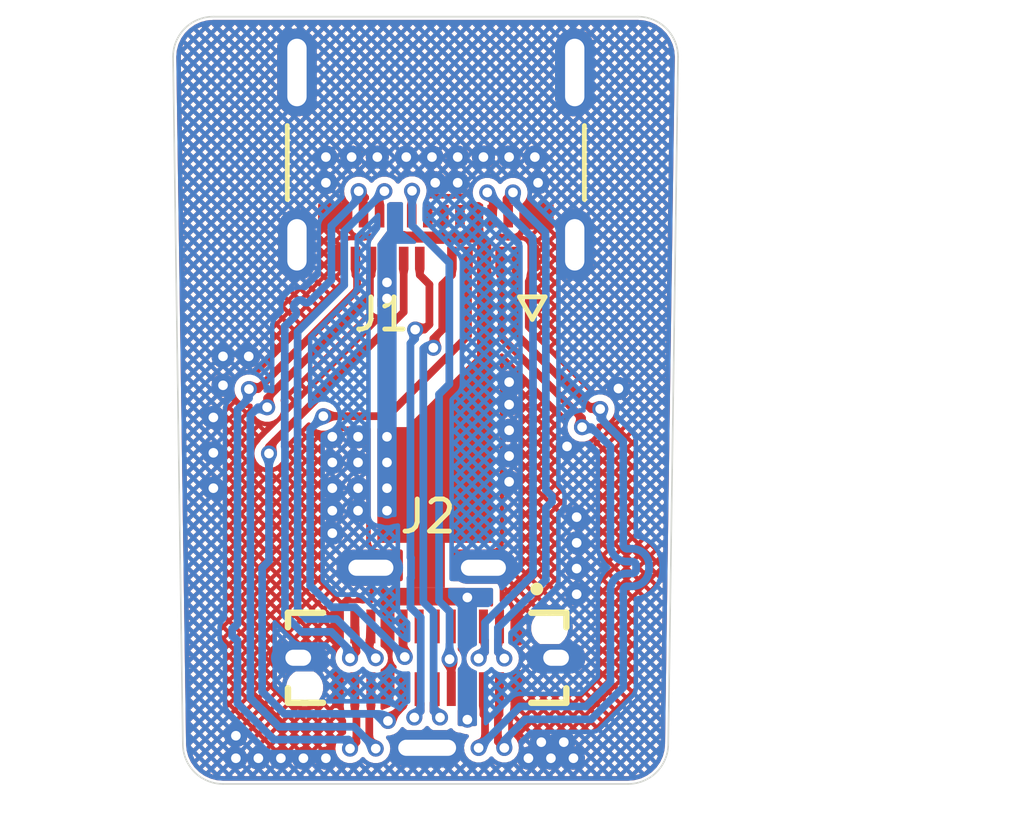
<source format=kicad_pcb>
(kicad_pcb (version 20240108) (generator "pcbnew") (generator_version "8.0")
  (layers (0 "F.Cu" signal) (31 "B.Cu" signal) (34 "B.Paste" user) (35 "F.Paste" user) (36 "B.SilkS" user "B.Silkscreen") (37 "F.SilkS" user "F.Silkscreen") (38 "B.Mask" user) (39 "F.Mask" user) (44 "Edge.Cuts" user))
  (net 0 "")
  (net 1 "/TX1-")
  (net 2 "/TX1+")
  (net 3 "/PC_B5")
  (net 4 "/VBUS")
  (net 5 "/RX1+")
  (net 6 "/GND")
  (net 8 "/RX2+")
  (net 10 "/TX2+")
  (net 11 "/PC_A5")
  (net 12 "/D-")
  (net 13 "/D+")
  (net 14 "/RX2-")
  (net 15 "/RX1-")
  (net 16 "/TX2-")
  (net 17 "/PC_A8")
  (footprint "JLC:GCT_USB4151-GF-C_REVA" (layer "F.Cu") (at 132.05 84.775)
    (property "Reference" "J2" (at 0.025 -4.395 0) (layer "F.SilkS"))
    (property "Value" "USB4151-GF-C_REVA")
    (fp_line (start -4.33 -1.4) (end -4.33 -0.95) (stroke (width 0.2)) (layer "F.SilkS"))
    (fp_line (start -4.33 0.95) (end -4.33 1.4) (stroke (width 0.2)) (layer "F.SilkS"))
    (fp_line (start -4.33 1.4) (end -3.24 1.4) (stroke (width 0.2)) (layer "F.SilkS"))
    (fp_line (start -3.24 -1.4) (end -4.33 -1.4) (stroke (width 0.2)) (layer "F.SilkS"))
    (fp_line (start 3.24 1.4) (end 4.33 1.4) (stroke (width 0.2)) (layer "F.SilkS"))
    (fp_line (start 4.33 -1.4) (end 3.24 -1.4) (stroke (width 0.2)) (layer "F.SilkS"))
    (fp_line (start 4.33 -0.95) (end 4.33 -1.4) (stroke (width 0.2)) (layer "F.SilkS"))
    (fp_line (start 4.33 1.4) (end 4.33 0.95) (stroke (width 0.2)) (layer "F.SilkS"))
    (fp_circle (center 3.41 -2.14) (end 3.51 -2.14) (stroke (width 0.2)) (fill none) (layer "F.SilkS"))
    (pad "" np_thru_hole circle (at -3.81 0.93) (size 0.75 0.75) (drill 0.75) (layers "*.Cu" "*.Mask"))
    (pad "" np_thru_hole circle (at 3.81 -0.92) (size 0.75 0.75) (drill 0.75) (layers "*.Cu" "*.Mask"))
    (pad "A1" smd rect (at 2.75 -0.975) (size 0.28 1.05) (layers "F.Cu" "F.Paste" "F.Mask") (net 6 "/GND"))
    (pad "A2" smd rect (at 2.25 -0.975) (size 0.28 1.05) (layers "F.Cu" "F.Paste" "F.Mask") (net 5 "/RX1+"))
    (pad "A3" smd rect (at 1.75 -0.975) (size 0.28 1.05) (layers "F.Cu" "F.Paste" "F.Mask") (net 15 "/RX1-"))
    (pad "A4" smd rect (at 1.25 -0.975) (size 0.28 1.05) (layers "F.Cu" "F.Paste" "F.Mask") (net 4 "/VBUS"))
    (pad "A5" smd rect (at 0.75 -0.975) (size 0.28 1.05) (layers "F.Cu" "F.Paste" "F.Mask"))
    (pad "A6" smd rect (at 0.25 -0.975) (size 0.28 1.05) (layers "F.Cu" "F.Paste" "F.Mask"))
    (pad "A7" smd rect (at -0.25 -0.975) (size 0.28 1.05) (layers "F.Cu" "F.Paste" "F.Mask"))
    (pad "A8" smd rect (at -0.75 -0.975) (size 0.28 1.05) (layers "F.Cu" "F.Paste" "F.Mask") (net 11 "/PC_A5"))
    (pad "A9" smd rect (at -1.25 -0.975) (size 0.28 1.05) (layers "F.Cu" "F.Paste" "F.Mask") (net 4 "/VBUS"))
    (pad "A10" smd rect (at -1.75 -0.975) (size 0.28 1.05) (layers "F.Cu" "F.Paste" "F.Mask") (net 16 "/TX2-"))
    (pad "A11" smd rect (at -2.25 -0.975) (size 0.28 1.05) (layers "F.Cu" "F.Paste" "F.Mask") (net 10 "/TX2+"))
    (pad "A12" smd rect (at -2.75 -0.975) (size 0.28 1.05) (layers "F.Cu" "F.Paste" "F.Mask") (net 6 "/GND"))
    (pad "B1" smd rect (at -2.75 0.975) (size 0.28 1.05) (layers "F.Cu" "F.Paste" "F.Mask") (net 6 "/GND"))
    (pad "B2" smd rect (at -2.25 0.975) (size 0.28 1.05) (layers "F.Cu" "F.Paste" "F.Mask") (net 8 "/RX2+"))
    (pad "B3" smd rect (at -1.75 0.975) (size 0.28 1.05) (layers "F.Cu" "F.Paste" "F.Mask") (net 14 "/RX2-"))
    (pad "B4" smd rect (at -1.25 0.975) (size 0.28 1.05) (layers "F.Cu" "F.Paste" "F.Mask") (net 4 "/VBUS"))
    (pad "B5" smd rect (at -0.75 0.975) (size 0.28 1.05) (layers "F.Cu" "F.Paste" "F.Mask") (net 17 "/PC_A8"))
    (pad "B6" smd rect (at -0.25 0.975) (size 0.28 1.05) (layers "F.Cu" "F.Paste" "F.Mask") (net 12 "/D-"))
    (pad "B7" smd rect (at 0.25 0.975) (size 0.28 1.05) (layers "F.Cu" "F.Paste" "F.Mask") (net 13 "/D+"))
    (pad "B8" smd rect (at 0.75 0.975) (size 0.28 1.05) (layers "F.Cu" "F.Paste" "F.Mask") (net 3 "/PC_B5"))
    (pad "B9" smd rect (at 1.25 0.975) (size 0.28 1.05) (layers "F.Cu" "F.Paste" "F.Mask") (net 4 "/VBUS"))
    (pad "B10" smd rect (at 1.75 0.975) (size 0.28 1.05) (layers "F.Cu" "F.Paste" "F.Mask") (net 1 "/TX1-"))
    (pad "B11" smd rect (at 2.25 0.975) (size 0.28 1.05) (layers "F.Cu" "F.Paste" "F.Mask") (net 2 "/TX1+"))
    (pad "B12" smd rect (at 2.75 0.975) (size 0.28 1.05) (layers "F.Cu" "F.Paste" "F.Mask") (net 6 "/GND"))
    (pad "S1" thru_hole oval (at -4.01 0) (size 1.7 0.85) (drill oval 0.8 0.5) (layers "*.Cu" "*.Mask") (net 6 "/GND"))
    (pad "S2" thru_hole oval (at -1.75 -2.8) (size 2 1) (drill oval 1.4 0.5) (layers "*.Cu" "*.Mask") (net 6 "/GND"))
    (pad "S3" thru_hole oval (at 1.75 -2.8) (size 2 1) (drill oval 1.4 0.5) (layers "*.Cu" "*.Mask") (net 6 "/GND"))
    (pad "S4" thru_hole oval (at 4.01 0) (size 1.7 0.85) (drill oval 0.8 0.5) (layers "*.Cu" "*.Mask") (net 6 "/GND"))
    (pad "S5" thru_hole oval (at 0 2.8) (size 2.2 1.1) (drill oval 1.8 0.5) (layers "*.Cu" "*.Mask") (net 6 "/GND"))
  )
  (footprint "JLC:MOLEX_1054500101" (layer "F.Cu") (at 132.32 64.8 180)
    (property "Reference" "J1" (at 1.685 -9.295 180) (layer "F.SilkS"))
    (property "Value" "1054500101")
    (fp_line (start 4.62 -3.42) (end 4.62 -5.72) (stroke (width 0.15)) (layer "F.SilkS"))
    (fp_line (start -2.6 -8.748) (end -3 -9.448) (stroke (width 0.15)) (layer "F.SilkS"))
    (fp_line (start -3 -9.448) (end -3.4 -8.748) (stroke (width 0.15)) (layer "F.SilkS"))
    (fp_line (start -3.4 -8.748) (end -2.6 -8.748) (stroke (width 0.15)) (layer "F.SilkS"))
    (fp_line (start -4.62 -3.42) (end -4.62 -5.72) (stroke (width 0.15)) (layer "F.SilkS"))
    (pad "A1" smd rect (at -3 -7.54 180) (size 0.298 0.7) (layers "F.Cu" "F.Paste") (net 6 "/GND"))
    (pad "A2" smd rect (at -2.5 -7.54 180) (size 0.298 0.7) (layers "F.Cu" "F.Paste") (net 2 "/TX1+"))
    (pad "A3" smd rect (at -2 -7.54 180) (size 0.298 0.7) (layers "F.Cu" "F.Paste") (net 1 "/TX1-"))
    (pad "A4" smd rect (at -1.5 -7.54 180) (size 0.298 0.7) (layers "F.Cu" "F.Paste") (net 4 "/VBUS"))
    (pad "A5" smd rect (at -1 -7.54 180) (size 0.298 0.7) (layers "F.Cu" "F.Paste") (net 11 "/PC_A5"))
    (pad "A6" smd rect (at -0.5 -7.54 180) (size 0.298 0.7) (layers "F.Cu" "F.Paste") (net 13 "/D+"))
    (pad "A7" smd rect (at 0.5 -7.54 180) (size 0.298 0.7) (layers "F.Cu" "F.Paste") (net 12 "/D-"))
    (pad "A8" smd rect (at 1 -7.54 180) (size 0.298 0.7) (layers "F.Cu" "F.Paste") (net 17 "/PC_A8"))
    (pad "A9" smd rect (at 1.5 -7.54 180) (size 0.298 0.7) (layers "F.Cu" "F.Paste") (net 4 "/VBUS"))
    (pad "A10" smd rect (at 2 -7.54 180) (size 0.298 0.7) (layers "F.Cu" "F.Paste") (net 14 "/RX2-"))
    (pad "A11" smd rect (at 2.5 -7.54 180) (size 0.298 0.7) (layers "F.Cu" "F.Paste") (net 8 "/RX2+"))
    (pad "A12" smd rect (at 3 -7.54 180) (size 0.298 0.7) (layers "F.Cu" "F.Paste") (net 6 "/GND"))
    (pad "B1" smd rect (at 3.1 -6.24 180) (size 0.998 0.7) (layers "F.Cu" "F.Paste") (net 6 "/GND"))
    (pad "B2" smd rect (at 2.25 -6.24 180) (size 0.298 0.7) (layers "F.Cu" "F.Paste") (net 10 "/TX2+"))
    (pad "B3" smd rect (at 1.75 -6.24 180) (size 0.298 0.7) (layers "F.Cu" "F.Paste") (net 16 "/TX2-"))
    (pad "B4" smd rect (at 1.25 -6.24 180) (size 0.298 0.7) (layers "F.Cu" "F.Paste") (net 4 "/VBUS"))
    (pad "B5" smd rect (at 0.75 -6.24 180) (size 0.298 0.7) (layers "F.Cu" "F.Paste") (net 3 "/PC_B5"))
    (pad "B6" smd rect (at 0.25 -6.24 180) (size 0.298 0.7) (layers "F.Cu" "F.Paste"))
    (pad "B7" smd rect (at -0.25 -6.24 180) (size 0.298 0.7) (layers "F.Cu" "F.Paste"))
    (pad "B8" smd rect (at -0.75 -6.24 180) (size 0.298 0.7) (layers "F.Cu" "F.Paste"))
    (pad "B9" smd rect (at -1.25 -6.24 180) (size 0.298 0.7) (layers "F.Cu" "F.Paste") (net 4 "/VBUS"))
    (pad "B10" smd rect (at -1.75 -6.24 180) (size 0.298 0.7) (layers "F.Cu" "F.Paste") (net 15 "/RX1-"))
    (pad "B11" smd rect (at -2.25 -6.24 180) (size 0.298 0.7) (layers "F.Cu" "F.Paste") (net 5 "/RX1+"))
    (pad "B12" smd rect (at -3.1 -6.24 180) (size 0.998 0.7) (layers "F.Cu" "F.Paste") (net 6 "/GND"))
    (pad "SH1" thru_hole oval (at -4.32 -7.13 180) (size 1.036 2.1) (drill oval 0.6 1.6) (layers "*.Cu" "*.Mask") (net 6 "/GND"))
    (pad "SH2" thru_hole oval (at 4.32 -7.13 180) (size 1.036 2.1) (drill oval 0.6 1.6) (layers "*.Cu" "*.Mask") (net 6 "/GND"))
    (pad "SH3" thru_hole oval (at -4.32 -1.77 180) (size 1.1 2.6) (drill oval 0.6 2.1) (layers "*.Cu" "*.Mask") (net 6 "/GND"))
    (pad "SH4" thru_hole oval (at 4.32 -1.77 180) (size 1.1 2.6) (drill oval 0.6 2.1) (layers "*.Cu" "*.Mask") (net 6 "/GND"))
  )
  (gr_arc (start 125.7 88.7) (mid 124.816117 88.333883) (end 124.45 87.45) (stroke (width 0.05)) (layer "Edge.Cuts"))
  (gr_arc (start 139.55 87.45) (mid 139.183883 88.333883) (end 138.3 88.7) (stroke (width 0.05)) (layer "Edge.Cuts"))
  (gr_line (start 139.854 66.083) (end 139.55 87.45) (stroke (width 0.05)) (layer "Edge.Cuts"))
  (gr_arc (start 138.604 64.833) (mid 139.487883 65.199117) (end 139.854 66.083) (stroke (width 0.05)) (layer "Edge.Cuts"))
  (gr_line (start 125.7 88.7) (end 138.3 88.7) (stroke (width 0.05)) (layer "Edge.Cuts"))
  (gr_line (start 125.396 64.833) (end 138.604 64.833) (stroke (width 0.05)) (layer "Edge.Cuts"))
  (gr_arc (start 124.146 66.083) (mid 124.512117 65.199117) (end 125.396 64.833) (stroke (width 0.05)) (layer "Edge.Cuts"))
  (gr_line (start 124.45 87.45) (end 124.146 66.083) (stroke (width 0.05)) (layer "Edge.Cuts"))
  (segment (start 136.867157 77.602843) (end 136.867157 77.32) (width 0.24) (layer "F.Cu") (net 1))
  (segment (start 133.85 86.587501) (end 133.85 87.38) (width 0.24) (layer "F.Cu") (net 1))
  (segment (start 133.85 87.38) (end 133.65 87.58) (width 0.24) (layer "F.Cu") (net 1))
  (segment (start 134.37 72.915001) (end 134.32 72.865001) (width 0.24) (layer "F.Cu") (net 1))
  (segment (start 133.8 85.75) (end 133.8 86.537501) (width 0.24) (layer "F.Cu") (net 1))
  (segment (start 133.8 86.537501) (end 133.85 86.587501) (width 0.24) (layer "F.Cu") (net 1))
  (segment (start 134.37 74.822843) (end 134.37 72.915001) (width 0.24) (layer "F.Cu") (net 1))
  (segment (start 136.867157 77.32) (end 134.37 74.822843) (width 0.24) (layer "F.Cu") (net 1))
  (segment (start 134.32 72.865001) (end 134.32 72.34) (width 0.24) (layer "F.Cu") (net 1))
  (via (at 133.65 87.58) (size 0.5) (drill 0.3) (layers "F.Cu" "B.Cu") (net 1))
  (via (at 136.867157 77.602843) (size 0.5) (drill 0.3) (layers "F.Cu" "B.Cu") (net 1))
  (segment (start 138.43 81.783967) (end 138.27 81.783967) (width 0.24) (layer "B.Cu") (net 1))
  (segment (start 137.75 78.49846) (end 137.75 78.202843) (width 0.24) (layer "B.Cu") (net 1))
  (segment (start 137.75 81.136967) (end 137.75 78.49846) (width 0.24) (layer "B.Cu") (net 1))
  (segment (start 137.75 85.527156) (end 137.75 82.670967) (width 0.24) (layer "B.Cu") (net 1))
  (segment (start 137.75 81.263967) (end 137.75 81.136967) (width 0.24) (layer "B.Cu") (net 1))
  (segment (start 134.94 86.29) (end 136.987156 86.29) (width 0.24) (layer "B.Cu") (net 1))
  (segment (start 138.27 82.150967) (end 138.43 82.150967) (width 0.24) (layer "B.Cu") (net 1))
  (segment (start 137.15 77.602843) (end 136.867157 77.602843) (width 0.24) (layer "B.Cu") (net 1))
  (segment (start 136.987156 86.29) (end 137.75 85.527156) (width 0.24) (layer "B.Cu") (net 1))
  (segment (start 137.75 78.202843) (end 137.15 77.602843) (width 0.24) (layer "B.Cu") (net 1))
  (segment (start 133.65 87.58) (end 134.94 86.29) (width 0.24) (layer "B.Cu") (net 1))
  (segment (start 138.55 82.030967) (end 138.55 81.903967) (width 0.24) (layer "B.Cu") (net 1))
  (arc (start 138.27 81.783967) (mid 137.902304 81.631663) (end 137.75 81.263967) (width 0.24) (layer "B.Cu") (net 1))
  (arc (start 138.55 81.903967) (mid 138.514853 81.819114) (end 138.43 81.783967) (width 0.24) (layer "B.Cu") (net 1))
  (arc (start 138.43 82.150967) (mid 138.514853 82.11582) (end 138.55 82.030967) (width 0.24) (layer "B.Cu") (net 1))
  (arc (start 137.75 82.670967) (mid 137.902304 82.303271) (end 138.27 82.150967) (width 0.24) (layer "B.Cu") (net 1))
  (segment (start 134.3 85.75) (end 134.3 86.537501) (width 0.24) (layer "F.Cu") (net 2))
  (segment (start 134.82 72.865001) (end 134.82 72.34) (width 0.24) (layer "F.Cu") (net 2))
  (segment (start 134.25 86.587501) (end 134.25 87.38) (width 0.24) (layer "F.Cu") (net 2))
  (segment (start 137.15 77.037157) (end 134.77 74.657157) (width 0.24) (layer "F.Cu") (net 2))
  (segment (start 134.25 87.38) (end 134.45 87.58) (width 0.24) (layer "F.Cu") (net 2))
  (segment (start 134.77 72.915001) (end 134.82 72.865001) (width 0.24) (layer "F.Cu") (net 2))
  (segment (start 134.77 74.657157) (end 134.77 72.915001) (width 0.24) (layer "F.Cu") (net 2))
  (segment (start 137.432843 77.037157) (end 137.15 77.037157) (width 0.24) (layer "F.Cu") (net 2))
  (segment (start 134.3 86.537501) (end 134.25 86.587501) (width 0.24) (layer "F.Cu") (net 2))
  (via (at 137.432843 77.037157) (size 0.5) (drill 0.3) (layers "F.Cu" "B.Cu") (net 2))
  (via (at 134.45 87.58) (size 0.5) (drill 0.3) (layers "F.Cu" "B.Cu") (net 2))
  (segment (start 137.432843 77.32) (end 137.432843 77.037157) (width 0.24) (layer "B.Cu") (net 2))
  (segment (start 134.45 87.345686) (end 135.105686 86.69) (width 0.24) (layer "B.Cu") (net 2))
  (segment (start 134.45 87.58) (end 134.45 87.345686) (width 0.24) (layer "B.Cu") (net 2))
  (segment (start 138.15 78.037157) (end 137.432843 77.32) (width 0.24) (layer "B.Cu") (net 2))
  (segment (start 138.15 78.49846) (end 138.15 78.037157) (width 0.24) (layer "B.Cu") (net 2))
  (segment (start 138.15 81.136967) (end 138.15 78.49846) (width 0.24) (layer "B.Cu") (net 2))
  (segment (start 138.15 81.263967) (end 138.15 81.136967) (width 0.24) (layer "B.Cu") (net 2))
  (segment (start 138.15 85.692844) (end 138.15 82.670967) (width 0.24) (layer "B.Cu") (net 2))
  (segment (start 135.105686 86.69) (end 137.152844 86.69) (width 0.24) (layer "B.Cu") (net 2))
  (segment (start 138.43 81.383967) (end 138.27 81.383967) (width 0.24) (layer "B.Cu") (net 2))
  (segment (start 137.152844 86.69) (end 138.15 85.692844) (width 0.24) (layer "B.Cu") (net 2))
  (segment (start 138.95 82.030967) (end 138.95 81.903967) (width 0.24) (layer "B.Cu") (net 2))
  (segment (start 138.27 82.550967) (end 138.43 82.550967) (width 0.24) (layer "B.Cu") (net 2))
  (arc (start 138.15 82.670967) (mid 138.185147 82.586114) (end 138.27 82.550967) (width 0.24) (layer "B.Cu") (net 2))
  (arc (start 138.95 81.903967) (mid 138.797696 81.536271) (end 138.43 81.383967) (width 0.24) (layer "B.Cu") (net 2))
  (arc (start 138.43 82.550967) (mid 138.797696 82.398663) (end 138.95 82.030967) (width 0.24) (layer "B.Cu") (net 2))
  (arc (start 138.27 81.383967) (mid 138.185147 81.34882) (end 138.15 81.263967) (width 0.24) (layer "B.Cu") (net 2))
  (segment (start 131.57 70.26) (end 131.58 70.25) (width 0.24) (layer "F.Cu") (net 3))
  (segment (start 132.8 84.873) (end 132.747 84.82) (width 0.24) (layer "F.Cu") (net 3))
  (segment (start 132.8 85.75) (end 132.8 84.873) (width 0.24) (layer "F.Cu") (net 3))
  (segment (start 131.57 71.04) (end 131.57 70.26) (width 0.24) (layer "F.Cu") (net 3))
  (via (at 131.58 70.25) (size 0.5) (drill 0.3) (layers "F.Cu" "B.Cu") (net 3))
  (via (at 132.747 84.82) (size 0.5) (drill 0.3) (layers "F.Cu" "B.Cu") (net 3))
  (segment (start 132.42 76.58) (end 132.42 83.00814) (width 0.24) (layer "B.Cu") (net 3))
  (segment (start 132.747 83.33514) (end 132.747 84.82) (width 0.24) (layer "B.Cu") (net 3))
  (segment (start 132.739843 72.489843) (end 132.739843 76.260157) (width 0.24) (layer "B.Cu") (net 3))
  (segment (start 132.42 83.00814) (end 132.747 83.33514) (width 0.24) (layer "B.Cu") (net 3))
  (segment (start 132.739843 76.260157) (end 132.42 76.58) (width 0.24) (layer "B.Cu") (net 3))
  (segment (start 131.58 70.25) (end 131.58 71.33) (width 0.24) (layer "B.Cu") (net 3))
  (segment (start 131.58 71.33) (end 132.739843 72.489843) (width 0.24) (layer "B.Cu") (net 3))
  (via (at 130.8 73.6) (size 0.5) (drill 0.3) (layers "F.Cu" "B.Cu") (net 4))
  (via (at 130.8 77.9) (size 0.5) (drill 0.3) (layers "F.Cu" "B.Cu") (net 4))
  (via (at 130.8 78.7) (size 0.5) (drill 0.3) (layers "F.Cu" "B.Cu") (net 4))
  (via (at 133.3 82.9) (size 0.5) (drill 0.3) (layers "F.Cu" "B.Cu") (net 4))
  (via (at 130.8 79.5) (size 0.5) (drill 0.3) (layers "F.Cu" "B.Cu") (net 4))
  (via (at 130.8 80.2) (size 0.5) (drill 0.3) (layers "F.Cu" "B.Cu") (net 4))
  (via (at 130.8 73.1) (size 0.5) (drill 0.3) (layers "F.Cu" "B.Cu") (net 4))
  (via (at 133.3 86.7) (size 0.5) (drill 0.3) (layers "F.Cu" "B.Cu") (net 4))
  (segment (start 134.3 84.185) (end 134.25 84.235) (width 0.24) (layer "F.Cu") (net 5))
  (segment (start 134.25 84.235) (end 134.25 84.596286) (width 0.24) (layer "F.Cu") (net 5))
  (segment (start 134.57 70.839) (end 134.52 70.789) (width 0.24) (layer "F.Cu") (net 5))
  (segment (start 134.57 71.04) (end 134.57 70.839) (width 0.24) (layer "F.Cu") (net 5))
  (segment (start 134.52 70.500506) (end 134.72 70.300506) (width 0.24) (layer "F.Cu") (net 5))
  (segment (start 134.3 83.8) (end 134.3 84.185) (width 0.24) (layer "F.Cu") (net 5))
  (segment (start 134.25 84.596286) (end 134.45 84.796286) (width 0.24) (layer "F.Cu") (net 5))
  (segment (start 134.52 70.789) (end 134.52 70.500506) (width 0.24) (layer "F.Cu") (net 5))
  (via (at 134.45 84.796286) (size 0.5) (drill 0.3) (layers "F.Cu" "B.Cu") (net 5))
  (via (at 134.72 70.300506) (size 0.5) (drill 0.3) (layers "F.Cu" "B.Cu") (net 5))
  (segment (start 135.742271 79.138563) (end 135.742271 71.732271) (width 0.24) (layer "B.Cu") (net 5))
  (segment (start 135.742271 82.350573) (end 135.742271 80.111253) (width 0.24) (layer "B.Cu") (net 5))
  (segment (start 135.742271 79.560753) (end 135.742271 79.138563) (width 0.24) (layer "B.Cu") (net 5))
  (segment (start 135.834021 79.652503) (end 135.742271 79.560753) (width 0.24) (layer "B.Cu") (net 5))
  (segment (start 134.25 83.842844) (end 135.742271 82.350573) (width 0.24) (layer "B.Cu") (net 5))
  (segment (start 135.834021 80.019503) (end 135.840851 80.019503) (width 0.24) (layer "B.Cu") (net 5))
  (segment (start 134.45 84.796286) (end 134.25 84.596286) (width 0.24) (layer "B.Cu") (net 5))
  (segment (start 135.932601 79.927753) (end 135.932601 79.744253) (width 0.24) (layer "B.Cu") (net 5))
  (segment (start 134.72 70.53482) (end 134.72 70.300506) (width 0.24) (layer "B.Cu") (net 5))
  (segment (start 135.742271 80.111253) (end 135.834021 80.019503) (width 0.24) (layer "B.Cu") (net 5))
  (segment (start 135.840851 80.019503) (end 135.932601 79.927753) (width 0.24) (layer "B.Cu") (net 5))
  (segment (start 135.932601 79.744253) (end 135.840851 79.652503) (width 0.24) (layer "B.Cu") (net 5))
  (segment (start 135.742271 71.732271) (end 135.73 71.72) (width 0.24) (layer "B.Cu") (net 5))
  (segment (start 134.25 84.596286) (end 134.25 83.842844) (width 0.24) (layer "B.Cu") (net 5))
  (segment (start 135.840851 79.652503) (end 135.834021 79.652503) (width 0.24) (layer "B.Cu") (net 5))
  (segment (start 135.73 71.72) (end 135.73 71.54482) (width 0.24) (layer "B.Cu") (net 5))
  (segment (start 135.73 71.54482) (end 134.72 70.53482) (width 0.24) (layer "B.Cu") (net 5))
  (via (at 132.3 70) (size 0.5) (drill 0.3) (layers "F.Cu" "B.Cu") (net 6))
  (via (at 129.1 80.2) (size 0.5) (drill 0.3) (layers "F.Cu" "B.Cu") (net 6))
  (via (at 136.7 80.4) (size 0.5) (drill 0.3) (layers "F.Cu" "B.Cu") (net 6))
  (via (at 135.6 87.4) (size 0.5) (drill 0.3) (layers "F.Cu" "B.Cu") (net 6))
  (via (at 128.9 87.9) (size 0.5) (drill 0.3) (layers "F.Cu" "B.Cu") (net 6))
  (via (at 135.5 70) (size 0.5) (drill 0.3) (layers "F.Cu" "B.Cu") (net 6))
  (via (at 128.2 87.9) (size 0.5) (drill 0.3) (layers "F.Cu" "B.Cu") (net 6))
  (via (at 135.4 69.2) (size 0.5) (drill 0.3) (layers "F.Cu" "B.Cu") (net 6))
  (via (at 134.6 78.5) (size 0.5) (drill 0.3) (layers "F.Cu" "B.Cu") (net 6))
  (via (at 125.4 78.4) (size 0.5) (drill 0.3) (layers "F.Cu" "B.Cu") (net 6))
  (via (at 129.7 69.2) (size 0.5) (drill 0.3) (layers "F.Cu" "B.Cu") (net 6))
  (via (at 136.7 82) (size 0.5) (drill 0.3) (layers "F.Cu" "B.Cu") (net 6))
  (via (at 126.1 87.2) (size 0.5) (drill 0.3) (layers "F.Cu" "B.Cu") (net 6))
  (via (at 133 69.2) (size 0.5) (drill 0.3) (layers "F.Cu" "B.Cu") (net 6))
  (via (at 126.8 87.9) (size 0.5) (drill 0.3) (layers "F.Cu" "B.Cu") (net 6))
  (via (at 136.7 81.2) (size 0.5) (drill 0.3) (layers "F.Cu" "B.Cu") (net 6))
  (via (at 133 70) (size 0.5) (drill 0.3) (layers "F.Cu" "B.Cu") (net 6))
  (via (at 132.2 69.2) (size 0.5) (drill 0.3) (layers "F.Cu" "B.Cu") (net 6))
  (via (at 134.6 76.9) (size 0.5) (drill 0.3) (layers "F.Cu" "B.Cu") (net 6))
  (via (at 128.9 69.2) (size 0.5) (drill 0.3) (layers "F.Cu" "B.Cu") (net 6))
  (via (at 133.8 69.2) (size 0.5) (drill 0.3) (layers "F.Cu" "B.Cu") (net 6))
  (via (at 135.2 87.9) (size 0.5) (drill 0.3) (layers "F.Cu" "B.Cu") (net 6))
  (via (at 126.1 87.9) (size 0.5) (drill 0.3) (layers "F.Cu" "B.Cu") (net 6))
  (via (at 138 76.4) (size 0.5) (drill 0.3) (layers "F.Cu" "B.Cu") (net 6))
  (via (at 131.4 69.2) (size 0.5) (drill 0.3) (layers "F.Cu" "B.Cu") (net 6))
  (via (at 129.9 79.5) (size 0.5) (drill 0.3) (layers "F.Cu" "B.Cu") (net 6))
  (via (at 125.4 79.5) (size 0.5) (drill 0.3) (layers "F.Cu" "B.Cu") (net 6))
  (via (at 129.1 80.9) (size 0.5) (drill 0.3) (layers "F.Cu" "B.Cu") (net 6))
  (via (at 129.1 77.9) (size 0.5) (drill 0.3) (layers "F.Cu" "B.Cu") (net 6))
  (via (at 127.5 87.9) (size 0.5) (drill 0.3) (layers "F.Cu" "B.Cu") (net 6))
  (via (at 125.7 76.3) (size 0.5) (drill 0.3) (layers "F.Cu" "B.Cu") (net 6))
  (via (at 135.9 87.9) (size 0.5) (drill 0.3) (layers "F.Cu" "B.Cu") (net 6))
  (via (at 136.4 78.2) (size 0.5) (drill 0.3) (layers "F.Cu" "B.Cu") (net 6))
  (via (at 134.6 79.3) (size 0.5) (drill 0.3) (layers "F.Cu" "B.Cu") (net 6))
  (via (at 129.9 78.7) (size 0.5) (drill 0.3) (layers "F.Cu" "B.Cu") (net 6))
  (via (at 125.4 77.3) (size 0.5) (drill 0.3) (layers "F.Cu" "B.Cu") (net 6))
  (via (at 129.1 79.5) (size 0.5) (drill 0.3) (layers "F.Cu" "B.Cu") (net 6))
  (via (at 136.3 87.4) (size 0.5) (drill 0.3) (layers "F.Cu" "B.Cu") (net 6))
  (via (at 129.9 80.2) (size 0.5) (drill 0.3) (layers "F.Cu" "B.Cu") (net 6))
  (via (at 134.6 76.2) (size 0.5) (drill 0.3) (layers "F.Cu" "B.Cu") (net 6))
  (via (at 130.5 69.2) (size 0.5) (drill 0.3) (layers "F.Cu" "B.Cu") (net 6))
  (via (at 136.7 82.8) (size 0.5) (drill 0.3) (layers "F.Cu" "B.Cu") (net 6))
  (via (at 125.7 75.4) (size 0.5) (drill 0.3) (layers "F.Cu" "B.Cu") (net 6))
  (via (at 129.1 78.7) (size 0.5) (drill 0.3) (layers "F.Cu" "B.Cu") (net 6))
  (via (at 128.9 70) (size 0.5) (drill 0.3) (layers "F.Cu" "B.Cu") (net 6))
  (via (at 136.6 87.9) (size 0.5) (drill 0.3) (layers "F.Cu" "B.Cu") (net 6))
  (via (at 129.9 77.9) (size 0.5) (drill 0.3) (layers "F.Cu" "B.Cu") (net 6))
  (via (at 134.6 69.2) (size 0.5) (drill 0.3) (layers "F.Cu" "B.Cu") (net 6))
  (via (at 126.5 75.4) (size 0.5) (drill 0.3) (layers "F.Cu" "B.Cu") (net 6))
  (via (at 134.6 77.7) (size 0.5) (drill 0.3) (layers "F.Cu" "B.Cu") (net 6))
  (segment (start 126.507157 76.417157) (end 126.79 76.417157) (width 0.24) (layer "F.Cu") (net 8))
  (segment (start 129.82 72.865001) (end 129.82 72.34) (width 0.24) (layer "F.Cu") (net 8))
  (segment (start 126.79 76.417157) (end 129.87 73.337157) (width 0.24) (layer "F.Cu") (net 8))
  (segment (start 129.8 86.537501) (end 129.85 86.587501) (width 0.24) (layer "F.Cu") (net 8))
  (segment (start 129.85 86.587501) (end 129.85 87.4) (width 0.24) (layer "F.Cu") (net 8))
  (segment (start 129.87 72.915001) (end 129.82 72.865001) (width 0.24) (layer "F.Cu") (net 8))
  (segment (start 129.85 87.4) (end 129.65 87.6) (width 0.24) (layer "F.Cu") (net 8))
  (segment (start 129.87 73.337157) (end 129.87 72.915001) (width 0.24) (layer "F.Cu") (net 8))
  (segment (start 129.8 85.75) (end 129.8 86.537501) (width 0.24) (layer "F.Cu") (net 8))
  (via (at 129.65 87.6) (size 0.5) (drill 0.3) (layers "F.Cu" "B.Cu") (net 8))
  (via (at 126.507157 76.417157) (size 0.5) (drill 0.3) (layers "F.Cu" "B.Cu") (net 8))
  (segment (start 126.05509 83.79951) (end 126.079706 83.79951) (width 0.24) (layer "B.Cu") (net 8))
  (segment (start 126.15 83.375916) (end 126.15 77.057157) (width 0.24) (layer "B.Cu") (net 8))
  (segment (start 126.05509 84.16651) (end 125.984796 84.096216) (width 0.24) (layer "B.Cu") (net 8))
  (segment (start 126.079706 84.16651) (end 126.05509 84.16651) (width 0.24) (layer "B.Cu") (net 8))
  (segment (start 127.277156 87.32) (end 126.15 86.192844) (width 0.24) (layer "B.Cu") (net 8))
  (segment (start 125.984796 84.096216) (end 125.984796 83.869804) (width 0.24) (layer "B.Cu") (net 8))
  (segment (start 129.65 87.6) (end 129.65 87.365686) (width 0.24) (layer "B.Cu") (net 8))
  (segment (start 126.079706 83.79951) (end 126.15 83.729216) (width 0.24) (layer "B.Cu") (net 8))
  (segment (start 125.984796 83.869804) (end 126.05509 83.79951) (width 0.24) (layer "B.Cu") (net 8))
  (segment (start 129.604314 87.32) (end 127.277156 87.32) (width 0.24) (layer "B.Cu") (net 8))
  (segment (start 126.15 77.057157) (end 126.507157 76.7) (width 0.24) (layer "B.Cu") (net 8))
  (segment (start 126.15 84.236804) (end 126.079706 84.16651) (width 0.24) (layer "B.Cu") (net 8))
  (segment (start 126.507157 76.7) (end 126.507157 76.417157) (width 0.24) (layer "B.Cu") (net 8))
  (segment (start 129.65 87.365686) (end 129.604314 87.32) (width 0.24) (layer "B.Cu") (net 8))
  (segment (start 126.15 83.729216) (end 126.15 83.375916) (width 0.24) (layer "B.Cu") (net 8))
  (segment (start 126.15 86.192844) (end 126.15 84.236804) (width 0.24) (layer "B.Cu") (net 8))
  (segment (start 130.12 70.464999) (end 130.12 70.461776) (width 0.24) (layer "F.Cu") (net 10))
  (segment (start 129.8 83.8) (end 129.8 84.185) (width 0.24) (layer "F.Cu") (net 10))
  (segment (start 130.07 70.514999) (end 130.12 70.464999) (width 0.24) (layer "F.Cu") (net 10))
  (segment (start 130.12 70.461776) (end 129.92 70.261776) (width 0.24) (layer "F.Cu") (net 10))
  (segment (start 129.85 84.587511) (end 129.65 84.787511) (width 0.24) (layer "F.Cu") (net 10))
  (segment (start 130.07 71.04) (end 130.07 70.514999) (width 0.24) (layer "F.Cu") (net 10))
  (segment (start 129.85 84.235) (end 129.85 84.587511) (width 0.24) (layer "F.Cu") (net 10))
  (segment (start 129.8 84.185) (end 129.85 84.235) (width 0.24) (layer "F.Cu") (net 10))
  (via (at 129.92 70.261776) (size 0.5) (drill 0.3) (layers "F.Cu" "B.Cu") (net 10))
  (via (at 129.65 84.787511) (size 0.5) (drill 0.3) (layers "F.Cu" "B.Cu") (net 10))
  (segment (start 129.92 70.261776) (end 129.92 70.49609) (width 0.24) (layer "B.Cu") (net 10))
  (segment (start 127.62 78.207135) (end 127.627 78.214135) (width 0.24) (layer "B.Cu") (net 10))
  (segment (start 129.07 71.34609) (end 129.07 73.017156) (width 0.24) (layer "B.Cu") (net 10))
  (segment (start 127.937232 74.149922) (end 127.879364 74.207791) (width 0.24) (layer "B.Cu") (net 10))
  (segment (start 127.627 83.437605) (end 127.62 83.444605) (width 0.24) (layer "B.Cu") (net 10))
  (segment (start 127.995101 73.688775) (end 127.937232 73.746643) (width 0.24) (layer "B.Cu") (net 10))
  (segment (start 127.62 83.444605) (end 128.145395 83.97) (width 0.24) (layer "B.Cu") (net 10))
  (segment (start 127.627 78.214135) (end 127.627 83.437605) (width 0.24) (layer "B.Cu") (net 10))
  (segment (start 127.747683 74.339473) (end 127.62 74.467156) (width 0.24) (layer "B.Cu") (net 10))
  (segment (start 129.07 73.017156) (end 128.398381 73.688775) (width 0.24) (layer "B.Cu") (net 10))
  (segment (start 129.066803 83.97) (end 129.65 84.553197) (width 0.24) (layer "B.Cu") (net 10))
  (segment (start 129.65 84.553197) (end 129.65 84.787511) (width 0.24) (layer "B.Cu") (net 10))
  (segment (start 127.62 74.467156) (end 127.62 78.207135) (width 0.24) (layer "B.Cu") (net 10))
  (segment (start 128.145395 83.97) (end 129.066803 83.97) (width 0.24) (layer "B.Cu") (net 10))
  (segment (start 129.92 70.49609) (end 129.07 71.34609) (width 0.24) (layer "B.Cu") (net 10))
  (segment (start 127.879364 74.207791) (end 127.747683 74.339473) (width 0.24) (layer "B.Cu") (net 10))
  (arc (start 127.937232 73.948283) (mid 127.978992 74.049103) (end 127.937232 74.149922) (width 0.24) (layer "B.Cu") (net 10))
  (arc (start 128.196741 73.688775) (mid 128.095921 73.647014) (end 127.995101 73.688775) (width 0.24) (layer "B.Cu") (net 10))
  (arc (start 128.398381 73.688775) (mid 128.297561 73.730536) (end 128.196741 73.688775) (width 0.24) (layer "B.Cu") (net 10))
  (arc (start 127.937232 73.746643) (mid 127.895471 73.847463) (end 127.937232 73.948283) (width 0.24) (layer "B.Cu") (net 10))
  (segment (start 131.3 83.8) (end 131.3 84.697) (width 0.24) (layer "F.Cu") (net 11))
  (segment (start 131.3 84.697) (end 131.353 84.75) (width 0.24) (layer "F.Cu") (net 11))
  (segment (start 133.32 74.758551) (end 133.32 72.34) (width 0.24) (layer "F.Cu") (net 11))
  (segment (start 130.818551 77.26) (end 133.32 74.758551) (width 0.24) (layer "F.Cu") (net 11))
  (segment (start 128.82 77.26) (end 130.818551 77.26) (width 0.24) (layer "F.Cu") (net 11))
  (via (at 131.353 84.75) (size 0.5) (drill 0.3) (layers "F.Cu" "B.Cu") (net 11))
  (via (at 128.82 77.26) (size 0.5) (drill 0.3) (layers "F.Cu" "B.Cu") (net 11))
  (segment (start 129.806 83.203) (end 129.080473 83.203) (width 0.24) (layer "B.Cu") (net 11))
  (segment (start 131.353 84.75) (end 129.806 83.203) (width 0.24) (layer "B.Cu") (net 11))
  (segment (start 128.41 77.67) (end 128.82 77.26) (width 0.24) (layer "B.Cu") (net 11))
  (segment (start 128.41 82.532527) (end 128.41 80.47) (width 0.24) (layer "B.Cu") (net 11))
  (segment (start 129.080473 83.203) (end 128.41 82.532527) (width 0.24) (layer "B.Cu") (net 11))
  (segment (start 128.41 80.47) (end 128.41 77.67) (width 0.24) (layer "B.Cu") (net 11))
  (segment (start 131.85 86.433) (end 131.65 86.633) (width 0.24) (layer "F.Cu") (net 12))
  (segment (start 132.12 74.407157) (end 132.12 73.165001) (width 0.24) (layer "F.Cu") (net 12))
  (segment (start 131.8 85.75) (end 131.8 86.135) (width 0.24) (layer "F.Cu") (net 12))
  (segment (start 131.96 74.567157) (end 132.12 74.407157) (width 0.24) (layer "F.Cu") (net 12))
  (segment (start 131.8 86.135) (end 131.85 86.185) (width 0.24) (layer "F.Cu") (net 12))
  (segment (start 131.82 72.865001) (end 131.82 72.34) (width 0.24) (layer "F.Cu") (net 12))
  (segment (start 131.677157 74.567157) (end 131.96 74.567157) (width 0.24) (layer "F.Cu") (net 12))
  (segment (start 132.12 73.165001) (end 131.82 72.865001) (width 0.24) (layer "F.Cu") (net 12))
  (segment (start 131.85 86.185) (end 131.85 86.433) (width 0.24) (layer "F.Cu") (net 12))
  (via (at 131.65 86.633) (size 0.5) (drill 0.3) (layers "F.Cu" "B.Cu") (net 12))
  (via (at 131.677157 74.567157) (size 0.5) (drill 0.3) (layers "F.Cu" "B.Cu") (net 12))
  (segment (start 131.547 81.665582) (end 131.53 81.648582) (width 0.24) (layer "B.Cu") (net 12))
  (segment (start 131.53 81.648582) (end 131.53 74.997157) (width 0.24) (layer "B.Cu") (net 12))
  (segment (start 131.85 83.522844) (end 131.53 83.202844) (width 0.24) (layer "B.Cu") (net 12))
  (segment (start 131.65 86.633) (end 131.85 86.433) (width 0.24) (layer "B.Cu") (net 12))
  (segment (start 131.547 82.284418) (end 131.547 81.665582) (width 0.24) (layer "B.Cu") (net 12))
  (segment (start 131.85 86.433) (end 131.85 83.522844) (width 0.24) (layer "B.Cu") (net 12))
  (segment (start 131.53 83.202844) (end 131.53 82.301418) (width 0.24) (layer "B.Cu") (net 12))
  (segment (start 131.53 74.997157) (end 131.677157 74.85) (width 0.24) (layer "B.Cu") (net 12))
  (segment (start 131.677157 74.85) (end 131.677157 74.567157) (width 0.24) (layer "B.Cu") (net 12))
  (segment (start 131.53 82.301418) (end 131.547 82.284418) (width 0.24) (layer "B.Cu") (net 12))
  (segment (start 132.25 86.185) (end 132.25 86.433) (width 0.24) (layer "F.Cu") (net 13))
  (segment (start 132.25 86.433) (end 132.45 86.633) (width 0.24) (layer "F.Cu") (net 13))
  (segment (start 132.52 74.572843) (end 132.52 73.165001) (width 0.24) (layer "F.Cu") (net 13))
  (segment (start 132.82 72.865001) (end 132.82 72.34) (width 0.24) (layer "F.Cu") (net 13))
  (segment (start 132.3 86.135) (end 132.25 86.185) (width 0.24) (layer "F.Cu") (net 13))
  (segment (start 132.3 85.75) (end 132.3 86.135) (width 0.24) (layer "F.Cu") (net 13))
  (segment (start 132.52 73.165001) (end 132.82 72.865001) (width 0.24) (layer "F.Cu") (net 13))
  (segment (start 132.242843 74.85) (end 132.52 74.572843) (width 0.24) (layer "F.Cu") (net 13))
  (segment (start 132.242843 75.132843) (end 132.242843 74.85) (width 0.24) (layer "F.Cu") (net 13))
  (via (at 132.45 86.633) (size 0.5) (drill 0.3) (layers "F.Cu" "B.Cu") (net 13))
  (via (at 132.242843 75.132843) (size 0.5) (drill 0.3) (layers "F.Cu" "B.Cu") (net 13))
  (segment (start 131.96 75.132843) (end 132.242843 75.132843) (width 0.24) (layer "B.Cu") (net 13))
  (segment (start 131.93 83.037156) (end 131.93 75.162843) (width 0.24) (layer "B.Cu") (net 13))
  (segment (start 131.93 75.162843) (end 131.96 75.132843) (width 0.24) (layer "B.Cu") (net 13))
  (segment (start 132.25 83.357156) (end 131.93 83.037156) (width 0.24) (layer "B.Cu") (net 13))
  (segment (start 132.25 86.433) (end 132.25 83.357156) (width 0.24) (layer "B.Cu") (net 13))
  (segment (start 132.45 86.633) (end 132.25 86.433) (width 0.24) (layer "B.Cu") (net 13))
  (segment (start 130.27 72.915001) (end 130.32 72.865001) (width 0.24) (layer "F.Cu") (net 14))
  (segment (start 127.072843 76.7) (end 130.27 73.502843) (width 0.24) (layer "F.Cu") (net 14))
  (segment (start 130.25 86.587501) (end 130.25 87.4) (width 0.24) (layer "F.Cu") (net 14))
  (segment (start 130.32 72.865001) (end 130.32 72.34) (width 0.24) (layer "F.Cu") (net 14))
  (segment (start 130.25 87.4) (end 130.45 87.6) (width 0.24) (layer "F.Cu") (net 14))
  (segment (start 127.072843 76.982843) (end 127.072843 76.7) (width 0.24) (layer "F.Cu") (net 14))
  (segment (start 130.3 86.537501) (end 130.25 86.587501) (width 0.24) (layer "F.Cu") (net 14))
  (segment (start 130.27 73.502843) (end 130.27 72.915001) (width 0.24) (layer "F.Cu") (net 14))
  (segment (start 130.3 85.75) (end 130.3 86.537501) (width 0.24) (layer "F.Cu") (net 14))
  (via (at 130.45 87.6) (size 0.5) (drill 0.3) (layers "F.Cu" "B.Cu") (net 14))
  (via (at 127.072843 76.982843) (size 0.5) (drill 0.3) (layers "F.Cu" "B.Cu") (net 14))
  (segment (start 130.45 87.6) (end 129.77 86.92) (width 0.24) (layer "B.Cu") (net 14))
  (segment (start 127.442844 86.92) (end 126.55 86.027156) (width 0.24) (layer "B.Cu") (net 14))
  (segment (start 126.55 86.027156) (end 126.55 77.222843) (width 0.24) (layer "B.Cu") (net 14))
  (segment (start 129.77 86.92) (end 127.442844 86.92) (width 0.24) (layer "B.Cu") (net 14))
  (segment (start 126.55 77.222843) (end 126.79 76.982843) (width 0.24) (layer "B.Cu") (net 14))
  (segment (start 126.79 76.982843) (end 127.072843 76.982843) (width 0.24) (layer "B.Cu") (net 14))
  (segment (start 133.85 84.596286) (end 133.65 84.796286) (width 0.24) (layer "F.Cu") (net 15))
  (segment (start 134.07 71.04) (end 134.07 70.839) (width 0.24) (layer "F.Cu") (net 15))
  (segment (start 133.8 84.185) (end 133.85 84.235) (width 0.24) (layer "F.Cu") (net 15))
  (segment (start 134.07 70.839) (end 134.12 70.789) (width 0.24) (layer "F.Cu") (net 15))
  (segment (start 133.85 84.235) (end 133.85 84.596286) (width 0.24) (layer "F.Cu") (net 15))
  (segment (start 133.8 83.8) (end 133.8 84.185) (width 0.24) (layer "F.Cu") (net 15))
  (segment (start 134.12 70.500506) (end 133.92 70.300506) (width 0.24) (layer "F.Cu") (net 15))
  (segment (start 134.12 70.789) (end 134.12 70.500506) (width 0.24) (layer "F.Cu") (net 15))
  (via (at 133.92 70.300506) (size 0.5) (drill 0.3) (layers "F.Cu" "B.Cu") (net 15))
  (via (at 133.65 84.796286) (size 0.5) (drill 0.3) (layers "F.Cu" "B.Cu") (net 15))
  (segment (start 135.342271 82.184885) (end 135.342271 71.885343) (width 0.24) (layer "B.Cu") (net 15))
  (segment (start 133.65 84.796286) (end 133.85 84.596286) (width 0.24) (layer "B.Cu") (net 15))
  (segment (start 135.33 71.873072) (end 135.33 71.710506) (width 0.24) (layer "B.Cu") (net 15))
  (segment (start 133.85 84.596286) (end 133.85 83.677156) (width 0.24) (layer "B.Cu") (net 15))
  (segment (start 133.85 83.677156) (end 135.342271 82.184885) (width 0.24) (layer "B.Cu") (net 15))
  (segment (start 135.33 71.710506) (end 133.92 70.300506) (width 0.24) (layer "B.Cu") (net 15))
  (segment (start 135.342271 71.885343) (end 135.33 71.873072) (width 0.24) (layer "B.Cu") (net 15))
  (segment (start 130.3 84.185) (end 130.25 84.235) (width 0.24) (layer "F.Cu") (net 16))
  (segment (start 130.3 83.8) (end 130.3 84.185) (width 0.24) (layer "F.Cu") (net 16))
  (segment (start 130.25 84.587511) (end 130.45 84.787511) (width 0.24) (layer "F.Cu") (net 16))
  (segment (start 130.52 70.461776) (end 130.72 70.261776) (width 0.24) (layer "F.Cu") (net 16))
  (segment (start 130.57 70.514999) (end 130.52 70.464999) (width 0.24) (layer "F.Cu") (net 16))
  (segment (start 130.52 70.464999) (end 130.52 70.461776) (width 0.24) (layer "F.Cu") (net 16))
  (segment (start 130.25 84.235) (end 130.25 84.587511) (width 0.24) (layer "F.Cu") (net 16))
  (segment (start 130.57 71.04) (end 130.57 70.514999) (width 0.24) (layer "F.Cu") (net 16))
  (via (at 130.45 84.787511) (size 0.5) (drill 0.3) (layers "F.Cu" "B.Cu") (net 16))
  (via (at 130.72 70.261776) (size 0.5) (drill 0.3) (layers "F.Cu" "B.Cu") (net 16))
  (segment (start 128.311083 83.57) (end 128.02 83.278917) (width 0.24) (layer "B.Cu") (net 16))
  (segment (start 128.02 74.632844) (end 129.47 73.182844) (width 0.24) (layer "B.Cu") (net 16))
  (segment (start 129.47 71.511776) (end 130.72 70.261776) (width 0.24) (layer "B.Cu") (net 16))
  (segment (start 128.02 83.278917) (end 128.02 74.632844) (width 0.24) (layer "B.Cu") (net 16))
  (segment (start 129.232489 83.57) (end 128.311083 83.57) (width 0.24) (layer "B.Cu") (net 16))
  (segment (start 130.45 84.787511) (end 129.232489 83.57) (width 0.24) (layer "B.Cu") (net 16))
  (segment (start 129.47 73.182844) (end 129.47 71.511776) (width 0.24) (layer "B.Cu") (net 16))
  (segment (start 131.3 85.75) (end 131.3 86.27) (width 0.24) (layer "F.Cu") (net 17))
  (segment (start 131.32 74.02) (end 131.32 72.34) (width 0.24) (layer "F.Cu") (net 17))
  (segment (start 127.13 78.42) (end 127.13 78.21) (width 0.24) (layer "F.Cu") (net 17))
  (segment (start 127.13 78.21) (end 131.32 74.02) (width 0.24) (layer "F.Cu") (net 17))
  (segment (start 131.3 86.27) (end 130.83 86.74) (width 0.24) (layer "F.Cu") (net 17))
  (via (at 130.83 86.74) (size 0.5) (drill 0.3) (layers "F.Cu" "B.Cu") (net 17))
  (via (at 127.13 78.42) (size 0.5) (drill 0.3) (layers "F.Cu" "B.Cu") (net 17))
  (segment (start 130.66 86.74) (end 130.44 86.52) (width 0.24) (layer "B.Cu") (net 17))
  (segment (start 130.83 86.74) (end 130.66 86.74) (width 0.24) (layer "B.Cu") (net 17))
  (segment (start 126.917 81.973) (end 127.13 81.76) (width 0.24) (layer "B.Cu") (net 17))
  (segment (start 127.13 81.76) (end 127.13 78.42) (width 0.24) (layer "B.Cu") (net 17))
  (segment (start 130.44 86.52) (end 127.61 86.52) (width 0.24) (layer "B.Cu") (net 17))
  (segment (start 127.61 86.52) (end 126.917 85.827) (width 0.24) (layer "B.Cu") (net 17))
  (segment (start 126.917 85.827) (end 126.917 81.973) (width 0.24) (layer "B.Cu") (net 17))
  (zone (net 4) (net_name "/VBUS") (layer "F.Cu") (priority 2) (connect_pads yes (clearance 0.1)) (min_thickness 0.1) (fill yes (thermal_gap 0.5) (thermal_bridge_width 0.5))
    (polygon (pts (xy 134.1 83.2) (xy 133.6 83.2) (xy 133.6 86.9) (xy 133 86.9) (xy 133 83.2) (xy 131.1 83.2) (xy 131.1 86.4) (xy 130.6 86.4) (xy 130.6 82.6) (xy 133.6 82.6) (xy 134.1 82.6)))
  )
  (zone (net 4) (net_name "/VBUS") (layer "F.Cu") (priority 5) (connect_pads yes (clearance 0.1)) (min_thickness 0.1) (fill yes (thermal_gap 0.5) (thermal_bridge_width 0.5))
    (polygon (pts (xy 131.3 71.5) (xy 133.3 71.5) (xy 133.3 70.6) (xy 133.8 70.6) (xy 133.8 71.5) (xy 134.1 72) (xy 134.1 77.6) (xy 134.1 81.2) (xy 132.6 81.2) (xy 132.6 82.6) (xy 131.5 82.6) (xy 131.5 81.2) (xy 130.5 81.2) (xy 130.5 77.6) (xy 131.4 77.6) (xy 133.6 75.4) (xy 133.6 71.9) (xy 131.1 71.9) (xy 131.1 73.9) (xy 130.5 73.9) (xy 130.5 71.9) (xy 130.8 71.5) (xy 130.8 70.6) (xy 131.3 70.6)))
  )
  (zone (net 6) (net_name "/GND") (layers "F&B.Cu") (connect_pads yes (clearance 0.2)) (min_thickness 0.13) (fill yes (mode hatch) (thermal_gap 0.5) (thermal_bridge_width 0.5) (hatch_thickness 0.13) (hatch_gap 0.13) (hatch_orientation 45) (hatch_border_algorithm hatch_thickness) (hatch_min_hole_area 0.3))
    (polygon (pts (xy 140 64.8) (xy 139.6 88.7) (xy 124.5 88.7) (xy 124.1 64.8)))
  )
  (zone (net 4) (net_name "/VBUS") (layer "B.Cu") (priority 4) (connect_pads yes (clearance 0.1)) (min_thickness 0.1) (fill yes (thermal_gap 0.5) (thermal_bridge_width 0.5))
    (polygon (pts (xy 131.3 70.6) (xy 131.3 71.5) (xy 131.8 71.9) (xy 131.1 71.9) (xy 131.1 80.4) (xy 130.5 80.4) (xy 130.5 71.9) (xy 130.8 71.5) (xy 130.8 70.6)))
  )
  (zone (net 4) (net_name "/VBUS") (layer "B.Cu") (priority 1) (connect_pads yes (clearance 0.1)) (min_thickness 0.1) (fill yes (thermal_gap 0.5) (thermal_bridge_width 0.5))
    (polygon (pts (xy 134.1 82.6) (xy 134.1 83.2) (xy 133.6 83.2) (xy 133.6 86.9) (xy 133 86.9) (xy 133 83.2) (xy 132.7 82.9) (xy 132.7 82.6)))
  )
)
</source>
